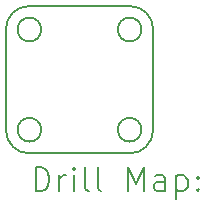
<source format=gbr>
%TF.GenerationSoftware,KiCad,Pcbnew,7.0.7*%
%TF.CreationDate,2024-03-10T05:18:33-05:00*%
%TF.ProjectId,O12imu,4f313269-6d75-42e6-9b69-6361645f7063,1*%
%TF.SameCoordinates,Original*%
%TF.FileFunction,Drillmap*%
%TF.FilePolarity,Positive*%
%FSLAX45Y45*%
G04 Gerber Fmt 4.5, Leading zero omitted, Abs format (unit mm)*
G04 Created by KiCad (PCBNEW 7.0.7) date 2024-03-10 05:18:33*
%MOMM*%
%LPD*%
G01*
G04 APERTURE LIST*
%ADD10C,0.150000*%
%ADD11C,0.200000*%
G04 APERTURE END LIST*
D10*
X5624264Y-5424264D02*
X5624264Y-4575736D01*
X5524264Y-5424264D02*
G75*
G03*
X5524264Y-5424264I-100000J0D01*
G01*
X4375736Y-5424264D02*
G75*
G03*
X4575736Y-5624264I200004J4D01*
G01*
X5424264Y-5624264D02*
G75*
G03*
X5624264Y-5424264I-4J200004D01*
G01*
X5524264Y-4575736D02*
G75*
G03*
X5524264Y-4575736I-100000J0D01*
G01*
X4575736Y-4375736D02*
G75*
G03*
X4375736Y-4575736I4J-200004D01*
G01*
X4375736Y-4575736D02*
X4375736Y-5424264D01*
X4675736Y-5424264D02*
G75*
G03*
X4675736Y-5424264I-100000J0D01*
G01*
X5624264Y-4575736D02*
G75*
G03*
X5424264Y-4375736I-200004J-4D01*
G01*
X4575736Y-5624264D02*
X5424264Y-5624264D01*
X4675736Y-4575736D02*
G75*
G03*
X4675736Y-4575736I-100000J0D01*
G01*
X5424264Y-4375736D02*
X4575736Y-4375736D01*
D11*
X4629013Y-5943248D02*
X4629013Y-5743248D01*
X4629013Y-5743248D02*
X4676632Y-5743248D01*
X4676632Y-5743248D02*
X4705203Y-5752772D01*
X4705203Y-5752772D02*
X4724251Y-5771819D01*
X4724251Y-5771819D02*
X4733775Y-5790867D01*
X4733775Y-5790867D02*
X4743298Y-5828962D01*
X4743298Y-5828962D02*
X4743298Y-5857534D01*
X4743298Y-5857534D02*
X4733775Y-5895629D01*
X4733775Y-5895629D02*
X4724251Y-5914676D01*
X4724251Y-5914676D02*
X4705203Y-5933724D01*
X4705203Y-5933724D02*
X4676632Y-5943248D01*
X4676632Y-5943248D02*
X4629013Y-5943248D01*
X4829013Y-5943248D02*
X4829013Y-5809914D01*
X4829013Y-5848010D02*
X4838537Y-5828962D01*
X4838537Y-5828962D02*
X4848060Y-5819438D01*
X4848060Y-5819438D02*
X4867108Y-5809914D01*
X4867108Y-5809914D02*
X4886156Y-5809914D01*
X4952822Y-5943248D02*
X4952822Y-5809914D01*
X4952822Y-5743248D02*
X4943298Y-5752772D01*
X4943298Y-5752772D02*
X4952822Y-5762295D01*
X4952822Y-5762295D02*
X4962346Y-5752772D01*
X4962346Y-5752772D02*
X4952822Y-5743248D01*
X4952822Y-5743248D02*
X4952822Y-5762295D01*
X5076632Y-5943248D02*
X5057584Y-5933724D01*
X5057584Y-5933724D02*
X5048060Y-5914676D01*
X5048060Y-5914676D02*
X5048060Y-5743248D01*
X5181394Y-5943248D02*
X5162346Y-5933724D01*
X5162346Y-5933724D02*
X5152822Y-5914676D01*
X5152822Y-5914676D02*
X5152822Y-5743248D01*
X5409965Y-5943248D02*
X5409965Y-5743248D01*
X5409965Y-5743248D02*
X5476632Y-5886105D01*
X5476632Y-5886105D02*
X5543298Y-5743248D01*
X5543298Y-5743248D02*
X5543298Y-5943248D01*
X5724251Y-5943248D02*
X5724251Y-5838486D01*
X5724251Y-5838486D02*
X5714727Y-5819438D01*
X5714727Y-5819438D02*
X5695679Y-5809914D01*
X5695679Y-5809914D02*
X5657584Y-5809914D01*
X5657584Y-5809914D02*
X5638536Y-5819438D01*
X5724251Y-5933724D02*
X5705203Y-5943248D01*
X5705203Y-5943248D02*
X5657584Y-5943248D01*
X5657584Y-5943248D02*
X5638536Y-5933724D01*
X5638536Y-5933724D02*
X5629013Y-5914676D01*
X5629013Y-5914676D02*
X5629013Y-5895629D01*
X5629013Y-5895629D02*
X5638536Y-5876581D01*
X5638536Y-5876581D02*
X5657584Y-5867057D01*
X5657584Y-5867057D02*
X5705203Y-5867057D01*
X5705203Y-5867057D02*
X5724251Y-5857534D01*
X5819489Y-5809914D02*
X5819489Y-6009914D01*
X5819489Y-5819438D02*
X5838536Y-5809914D01*
X5838536Y-5809914D02*
X5876632Y-5809914D01*
X5876632Y-5809914D02*
X5895679Y-5819438D01*
X5895679Y-5819438D02*
X5905203Y-5828962D01*
X5905203Y-5828962D02*
X5914727Y-5848010D01*
X5914727Y-5848010D02*
X5914727Y-5905153D01*
X5914727Y-5905153D02*
X5905203Y-5924200D01*
X5905203Y-5924200D02*
X5895679Y-5933724D01*
X5895679Y-5933724D02*
X5876632Y-5943248D01*
X5876632Y-5943248D02*
X5838536Y-5943248D01*
X5838536Y-5943248D02*
X5819489Y-5933724D01*
X6000441Y-5924200D02*
X6009965Y-5933724D01*
X6009965Y-5933724D02*
X6000441Y-5943248D01*
X6000441Y-5943248D02*
X5990917Y-5933724D01*
X5990917Y-5933724D02*
X6000441Y-5924200D01*
X6000441Y-5924200D02*
X6000441Y-5943248D01*
X6000441Y-5819438D02*
X6009965Y-5828962D01*
X6009965Y-5828962D02*
X6000441Y-5838486D01*
X6000441Y-5838486D02*
X5990917Y-5828962D01*
X5990917Y-5828962D02*
X6000441Y-5819438D01*
X6000441Y-5819438D02*
X6000441Y-5838486D01*
M02*

</source>
